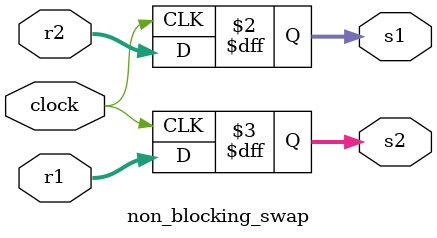
<source format=v>
module non_blocking_swap (
    input clock,
    input [3:0] r1,
    input [3:0] r2,
    output reg [3:0] s1,
    output reg [3:0] s2
);
  always @(posedge clock) begin
    s1 <= r2;
    s2 <= r1;
  end
endmodule


</source>
